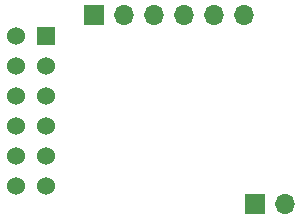
<source format=gbr>
%TF.GenerationSoftware,KiCad,Pcbnew,8.0.3*%
%TF.CreationDate,2024-07-02T09:17:33-05:00*%
%TF.ProjectId,Cartpole_HBridge,43617274-706f-46c6-955f-484272696467,rev?*%
%TF.SameCoordinates,Original*%
%TF.FileFunction,Soldermask,Bot*%
%TF.FilePolarity,Negative*%
%FSLAX46Y46*%
G04 Gerber Fmt 4.6, Leading zero omitted, Abs format (unit mm)*
G04 Created by KiCad (PCBNEW 8.0.3) date 2024-07-02 09:17:33*
%MOMM*%
%LPD*%
G01*
G04 APERTURE LIST*
%ADD10R,1.524000X1.524000*%
%ADD11C,1.524000*%
%ADD12R,1.700000X1.700000*%
%ADD13O,1.700000X1.700000*%
G04 APERTURE END LIST*
D10*
%TO.C,J1*%
X49350000Y-60300000D03*
D11*
X49350000Y-62840000D03*
X49350000Y-65380000D03*
X49350000Y-67920000D03*
X49350000Y-70460000D03*
X49350000Y-73000000D03*
X46810000Y-60300000D03*
X46810000Y-62840000D03*
X46810000Y-65380000D03*
X46810000Y-67920000D03*
X46810000Y-70460000D03*
X46810000Y-73000000D03*
%TD*%
D12*
%TO.C,J2*%
X67000000Y-74500000D03*
D13*
X69540000Y-74500000D03*
%TD*%
D12*
%TO.C,J3*%
X53380000Y-58500000D03*
D13*
X55920000Y-58500000D03*
X58460000Y-58500000D03*
X61000000Y-58500000D03*
X63540000Y-58500000D03*
X66080000Y-58500000D03*
%TD*%
M02*

</source>
